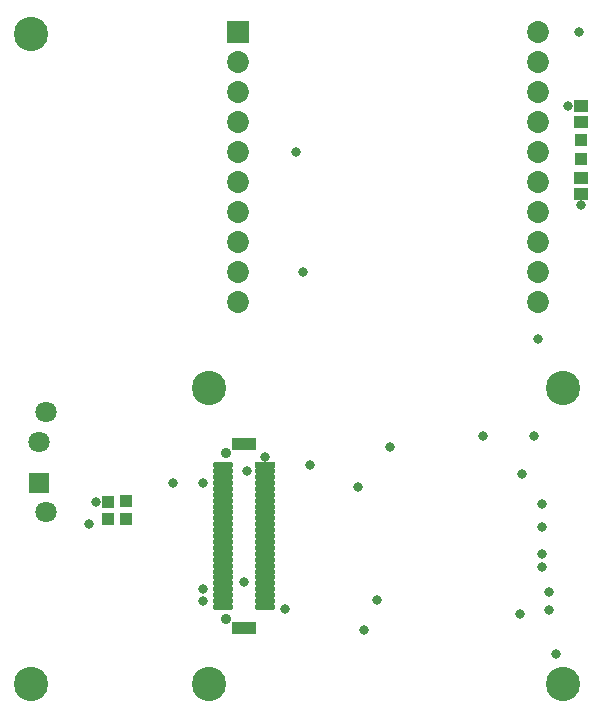
<source format=gts>
G04*
G04 #@! TF.GenerationSoftware,Altium Limited,Altium Designer,18.1.9 (240)*
G04*
G04 Layer_Color=8388736*
%FSLAX25Y25*%
%MOIN*%
G70*
G01*
G75*
%ADD18R,0.03950X0.03950*%
%ADD19R,0.04147X0.04147*%
%ADD20R,0.04537X0.04143*%
%ADD21R,0.07887X0.03950*%
%ADD22R,0.07099X0.01981*%
%ADD23O,0.07099X0.01981*%
%ADD24C,0.07300*%
%ADD25R,0.07300X0.07300*%
%ADD26R,0.07099X0.07099*%
%ADD27C,0.07099*%
%ADD28C,0.11430*%
%ADD29C,0.03556*%
%ADD30C,0.03162*%
D18*
X-23662Y64638D02*
D03*
Y70543D02*
D03*
D19*
X-17717Y70784D02*
D03*
Y64682D02*
D03*
X133858Y184843D02*
D03*
Y190945D02*
D03*
D20*
Y197244D02*
D03*
Y202559D02*
D03*
Y173031D02*
D03*
Y178347D02*
D03*
D21*
X21654Y28346D02*
D03*
Y89764D02*
D03*
D22*
X28740Y82677D02*
D03*
D23*
Y80709D02*
D03*
Y78740D02*
D03*
Y76772D02*
D03*
Y74803D02*
D03*
Y72835D02*
D03*
Y70866D02*
D03*
Y68898D02*
D03*
Y66929D02*
D03*
Y64961D02*
D03*
Y62992D02*
D03*
Y61024D02*
D03*
Y59055D02*
D03*
Y57087D02*
D03*
Y55118D02*
D03*
Y53150D02*
D03*
Y51181D02*
D03*
Y49213D02*
D03*
Y47244D02*
D03*
Y45276D02*
D03*
Y43307D02*
D03*
Y41339D02*
D03*
Y39370D02*
D03*
Y37402D02*
D03*
Y35433D02*
D03*
X14567D02*
D03*
Y37402D02*
D03*
Y39370D02*
D03*
Y41339D02*
D03*
Y43307D02*
D03*
Y45276D02*
D03*
Y47244D02*
D03*
Y49213D02*
D03*
Y51181D02*
D03*
Y53150D02*
D03*
Y55118D02*
D03*
Y57087D02*
D03*
Y59055D02*
D03*
Y61024D02*
D03*
Y62992D02*
D03*
Y64961D02*
D03*
Y66929D02*
D03*
Y68898D02*
D03*
Y70866D02*
D03*
Y72835D02*
D03*
Y74803D02*
D03*
Y76772D02*
D03*
Y78740D02*
D03*
Y80709D02*
D03*
Y82677D02*
D03*
D24*
X119653Y137244D02*
D03*
Y147244D02*
D03*
Y157244D02*
D03*
Y167244D02*
D03*
Y177244D02*
D03*
Y187244D02*
D03*
Y197244D02*
D03*
Y207244D02*
D03*
Y217244D02*
D03*
Y227244D02*
D03*
X19654Y137244D02*
D03*
Y147244D02*
D03*
Y157244D02*
D03*
Y167244D02*
D03*
Y177244D02*
D03*
Y187244D02*
D03*
Y197244D02*
D03*
Y207244D02*
D03*
Y217244D02*
D03*
D25*
Y227244D02*
D03*
D26*
X-46850Y76772D02*
D03*
D27*
Y90551D02*
D03*
X-44370Y66929D02*
D03*
Y100394D02*
D03*
D28*
X127953Y9843D02*
D03*
X-49213Y226378D02*
D03*
Y9843D02*
D03*
X9843Y108268D02*
D03*
X127953D02*
D03*
X9843Y9843D02*
D03*
D29*
X15748Y31299D02*
D03*
Y86811D02*
D03*
D30*
X-27559Y70472D02*
D03*
X123364Y34449D02*
D03*
X7874Y37402D02*
D03*
X120866Y48819D02*
D03*
Y53150D02*
D03*
X121063Y62008D02*
D03*
Y69882D02*
D03*
X101378Y92520D02*
D03*
X118402D02*
D03*
X28740Y85315D02*
D03*
X22638Y80709D02*
D03*
X39065Y187008D02*
D03*
X41339Y147244D02*
D03*
X7874Y76772D02*
D03*
X-1969D02*
D03*
X21654Y43701D02*
D03*
X35433Y34646D02*
D03*
X123228Y40551D02*
D03*
X133858Y169291D02*
D03*
X129575Y202362D02*
D03*
X125689Y19783D02*
D03*
X119575Y124803D02*
D03*
X-29921Y62992D02*
D03*
X113563Y33248D02*
D03*
X133444Y227165D02*
D03*
X59606Y75354D02*
D03*
X70256Y88760D02*
D03*
X61572Y27776D02*
D03*
X65827Y37795D02*
D03*
X114173Y79921D02*
D03*
X43701Y82677D02*
D03*
X7874Y41339D02*
D03*
M02*

</source>
